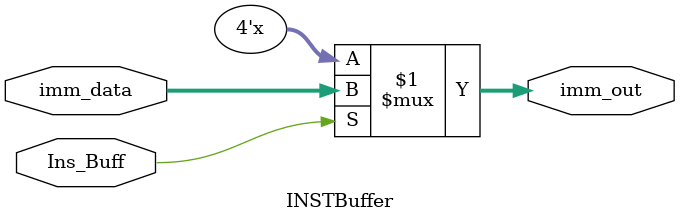
<source format=v>
`timescale 1ns / 1ps


module INSTBuffer(
        input             Ins_Buff,         
        input       [3:0] imm_data, 
        output wire [3:0] imm_out 
);

    assign imm_out = (Ins_Buff) ? imm_data : 4'bzzzz; 

endmodule
</source>
